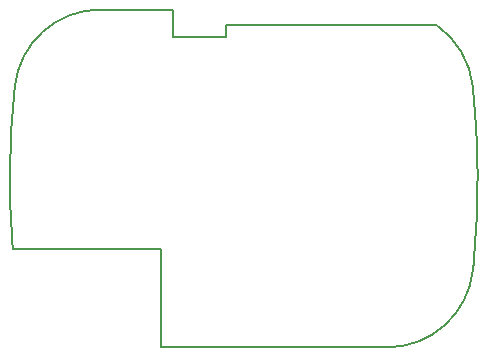
<source format=gbr>
G04 #@! TF.GenerationSoftware,KiCad,Pcbnew,(6.0.0)*
G04 #@! TF.CreationDate,2022-10-31T23:33:13+09:00*
G04 #@! TF.ProjectId,culturit_tx,63756c74-7572-4697-945f-74782e6b6963,rev?*
G04 #@! TF.SameCoordinates,Original*
G04 #@! TF.FileFunction,Profile,NP*
%FSLAX46Y46*%
G04 Gerber Fmt 4.6, Leading zero omitted, Abs format (unit mm)*
G04 Created by KiCad (PCBNEW (6.0.0)) date 2022-10-31 23:33:13*
%MOMM*%
%LPD*%
G01*
G04 APERTURE LIST*
G04 #@! TA.AperFunction,Profile*
%ADD10C,0.200000*%
G04 #@! TD*
G04 APERTURE END LIST*
D10*
X15439470Y-35650001D02*
X28000000Y-35650001D01*
X51292163Y-16650001D02*
X33500000Y-16650001D01*
X54392008Y-21867784D02*
G75*
G03*
X51292163Y-16650001I-7257989J-782227D01*
G01*
X54392008Y-37432218D02*
X54471743Y-36650001D01*
X22865963Y-15350000D02*
G75*
G03*
X15607992Y-21867784I-2J-7299998D01*
G01*
X15607992Y-21867784D02*
G75*
G03*
X15439470Y-35650001I74277997J-7800373D01*
G01*
X33500000Y-17650001D02*
X29000000Y-17650001D01*
X28000000Y-35650001D02*
X28000000Y-43950002D01*
X54471743Y-36650001D02*
G75*
G03*
X54392008Y-21867784I-74252935J6990805D01*
G01*
X28000000Y-43950002D02*
X47134037Y-43950002D01*
X47134037Y-43950002D02*
G75*
G03*
X54392008Y-37432218I-3J7300004D01*
G01*
X29000000Y-17650001D02*
X29000000Y-15350000D01*
X29000000Y-15350000D02*
X22865963Y-15350000D01*
X33500000Y-16650001D02*
X33500000Y-17650001D01*
M02*

</source>
